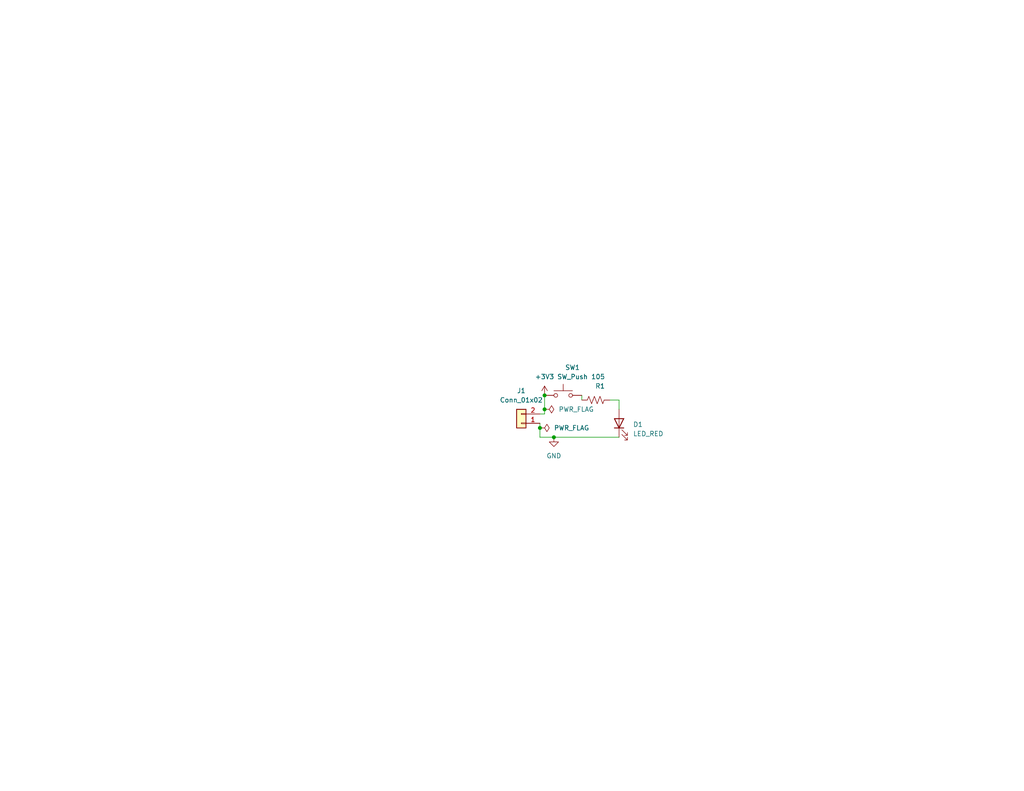
<source format=kicad_sch>
(kicad_sch (version 20230121) (generator eeschema)
  (paper "USLetter")
  (title_block (title "LED Board") (date "2023-09-04") (rev "0.0") (company "Illini Solar Car") (comment 1 "Designed By: Ethan Cao"))
  (lib_symbols
    (symbol "Connector_Generic:Conn_01x02" (pin_names (offset 1.016) hide)
      (property "Reference" "J" (at 0 2.54 0))
      (property "Value" "Conn_01x02" (at 0 -5.08 0))
      (symbol "Conn_01x02_1_1"
        (rectangle (start -1.27 -2.413) (end 0 -2.667) (stroke (width 0.1524)))
        (rectangle (start -1.27 0.127) (end 0 -0.127) (stroke (width 0.1524)))
        (rectangle (start -1.27 1.27) (end 1.27 -3.81) (stroke (width 0.254)) (fill (type background)))
        (pin passive line (at -5.08 0 0) (length 3.81) (name "Pin_1") (number "1"))
        (pin passive line (at -5.08 -2.54 0) (length 3.81) (name "Pin_2") (number "2"))
      )
    )
    (symbol "Device:LED" (pin_numbers hide) (pin_names (offset 1.016) hide)
      (property "Reference" "D" (at 0 2.54 0))
      (property "Value" "LED" (at 0 -2.54 0))
      (symbol "LED_0_1"
        (polyline (pts (xy -1.27 -1.27) (xy -1.27 1.27)) (stroke (width 0.254)))
        (polyline (pts (xy -1.27 0) (xy 1.27 0)))
        (polyline (pts (xy 1.27 -1.27) (xy 1.27 1.27) (xy -1.27 0) (xy 1.27 -1.27)) (stroke (width 0.254)))
        (polyline (pts (xy -3.048 -0.762) (xy -4.572 -2.286) (xy -3.81 -2.286) (xy -4.572 -2.286) (xy -4.572 -1.524)))
        (polyline (pts (xy -1.778 -0.762) (xy -3.302 -2.286) (xy -2.54 -2.286) (xy -3.302 -2.286) (xy -3.302 -1.524)))
      )
      (symbol "LED_1_1"
        (pin passive line (at -3.81 0 0) (length 2.54) (name "K") (number "1"))
        (pin passive line (at 3.81 0 180) (length 2.54) (name "A") (number "2"))
      )
    )
    (symbol "Device:R_US" (pin_numbers hide) (pin_names (offset 0))
      (property "Reference" "R" (at 2.54 0 90))
      (property "Value" "R_US" (at -2.54 0 90))
      (symbol "R_US_0_1"
        (polyline (pts (xy 0 -2.286) (xy 0 -2.54)))
        (polyline (pts (xy 0 2.286) (xy 0 2.54)))
        (polyline (pts (xy 0 -0.762) (xy 1.016 -1.143) (xy 0 -1.524) (xy -1.016 -1.905) (xy 0 -2.286)))
        (polyline (pts (xy 0 0.762) (xy 1.016 0.381) (xy 0 0) (xy -1.016 -0.381) (xy 0 -0.762)))
        (polyline (pts (xy 0 2.286) (xy 1.016 1.905) (xy 0 1.524) (xy -1.016 1.143) (xy 0 0.762)))
      )
      (symbol "R_US_1_1"
        (pin passive line (at 0 3.81 270) (length 1.27) (name "~") (number "1"))
        (pin passive line (at 0 -3.81 90) (length 1.27) (name "~") (number "2"))
      )
    )
    (symbol "Switch:SW_Push" (pin_numbers hide) (pin_names (offset 1.016) hide)
      (property "Reference" "SW" (at 1.27 2.54 0))
      (property "Value" "SW_Push" (at 0 -1.524 0))
      (symbol "SW_Push_0_1"
        (circle (center -2.032 0) (radius 0.508))
        (polyline (pts (xy 0 1.27) (xy 0 3.048)))
        (polyline (pts (xy 2.54 1.27) (xy -2.54 1.27)))
        (circle (center 2.032 0) (radius 0.508))
        (pin passive line (at -5.08 0 0) (length 2.54) (name "1") (number "1"))
        (pin passive line (at 5.08 0 180) (length 2.54) (name "2") (number "2"))
      )
    )
    (symbol "power:+3.3V" (power) (pin_names (offset 0))
      (property "Value" "+3.3V" (at 0 3.556 0))
      (symbol "+3.3V_0_1"
        (polyline (pts (xy -0.762 1.27) (xy 0 2.54)))
        (polyline (pts (xy 0 0) (xy 0 2.54)))
        (polyline (pts (xy 0 2.54) (xy 0.762 1.27)))
      )
      (symbol "+3.3V_1_1"
        (pin power_in line (at 0 0 90) (length 0) hide (name "+3V3") (number "1"))
      )
    )
    (symbol "power:GND" (power) (pin_names (offset 0))
      (property "Value" "GND" (at 0 -3.81 0))
      (symbol "GND_0_1"
        (polyline (pts (xy 0 0) (xy 0 -1.27) (xy 1.27 -1.27) (xy 0 -2.54) (xy -1.27 -1.27) (xy 0 -1.27)))
      )
      (symbol "GND_1_1"
        (pin power_in line (at 0 0 270) (length 0) hide (name "GND") (number "1"))
      )
    )
    (symbol "power:PWR_FLAG" (power) (pin_numbers hide) (pin_names (offset 0) hide)
      (property "Value" "PWR_FLAG" (at 0 3.81 0))
      (symbol "PWR_FLAG_0_0"
        (pin power_out line (at 0 0 90) (length 0) (name "pwr") (number "1"))
      )
      (symbol "PWR_FLAG_0_1"
        (polyline (pts (xy 0 0) (xy 0 1.27) (xy -1.016 1.905) (xy 0 2.54) (xy 1.016 1.905) (xy 0 1.27)))
      )
    )
  )
  (junction (at 148.59 111.76))
  (junction (at 148.59 107.95))
  (junction (at 147.32 116.84))
  (junction (at 151.13 119.38))
  (wire (pts (xy 148.59 113.03) (xy 148.59 111.76)))
  (wire (pts (xy 168.91 109.22) (xy 168.91 111.76)))
  (wire (pts (xy 147.32 119.38) (xy 151.13 119.38)))
  (wire (pts (xy 168.91 119.38) (xy 151.13 119.38)))
  (wire (pts (xy 147.32 113.03) (xy 148.59 113.03)))
  (wire (pts (xy 166.37 109.22) (xy 168.91 109.22)))
  (wire (pts (xy 147.32 116.84) (xy 147.32 119.38)))
  (wire (pts (xy 148.59 111.76) (xy 148.59 107.95)))
  (wire (pts (xy 158.75 107.95) (xy 158.75 109.22)))
  (wire (pts (xy 147.32 115.57) (xy 147.32 116.84)))
  (symbol (lib_id "power:PWR_FLAG") (at 147.32 116.84 270) (unit 1)
    (property "Reference" "#FLG02" (effects hide))
    (property "Value" "PWR_FLAG" (at 151.13 116.84 90) (effects (justify left)))
  )
  (symbol (lib_id "power:PWR_FLAG") (at 148.59 111.76 270) (unit 1)
    (property "Reference" "#FLG01" (effects hide))
    (property "Value" "PWR_FLAG" (at 152.4 111.76 90) (effects (justify left)))
  )
  (symbol (lib_id "Device:R_US") (at 162.56 109.22 90) (unit 1)
    (property "Reference" "R1" (at 165.1 105.41 90) (effects (justify left)))
    (property "Value" "105" (at 165.1 102.87 90) (effects (justify left)))
    (property "Footprint" "Resistor_SMD:R_0603_1608Metric_Pad0.98x0.95mm_HandSolder" (effects hide))
  )
  (symbol (lib_id "power:+3.3V") (at 148.59 107.95 0) (unit 1)
    (property "Reference" "#PWR01" (effects hide))
    (property "Value" "+3.3V" (at 148.59 102.87 0))
  )
  (symbol (lib_id "power:GND") (at 151.13 119.38 0) (unit 1)
    (property "Reference" "#PWR02" (effects hide))
    (property "Value" "GND" (at 151.13 124.46 0))
  )
  (symbol (lib_id "Device:LED") (at 168.91 115.57 90) (unit 1)
    (property "Reference" "D1" (at 172.72 115.8875 90) (effects (justify right)))
    (property "Value" "LED_RED" (at 172.72 118.4275 90) (effects (justify right)))
    (property "Footprint" "layout:LED_0603_Symbol_on_F.SilkS" (effects hide))
  )
  (symbol (lib_id "Connector_Generic:Conn_01x02") (at 142.24 115.57 180) (unit 1)
    (property "Reference" "J1" (at 142.24 106.68 0))
    (property "Value" "Conn_01x02" (at 142.24 109.22 0))
    (property "Footprint" "Connector_Molex:Molex_KK-254_AE-6410-02A_1x02_P2.54mm_Vertical" (effects hide))
    (property "Datasheet" "https://tools.molex.com/pdm_docs/sd/022272021_sd.pdf" (effects hide))
    (property "MPN" "022272021" (effects hide))
  )
  (symbol (lib_id "Switch:SW_Push") (at 153.67 107.95 0) (unit 1)
    (property "Reference" "SW1" (at 156.21 100.33 0))
    (property "Value" "SW_Push" (at 156.21 102.87 0))
    (property "Footprint" "Button_Switch_SMD:SW_DIP_SPSTx01_Slide_6.7x4.1mm_W8.61mm_P2.54mm_LowProfile" (effects hide))
    (property "Datasheet" "https://www.te.com/usa-en/product-1825910-6.datasheet.pdf" (effects hide))
    (property "MPN" "1825910-6" (effects hide))
  )
)
</source>
